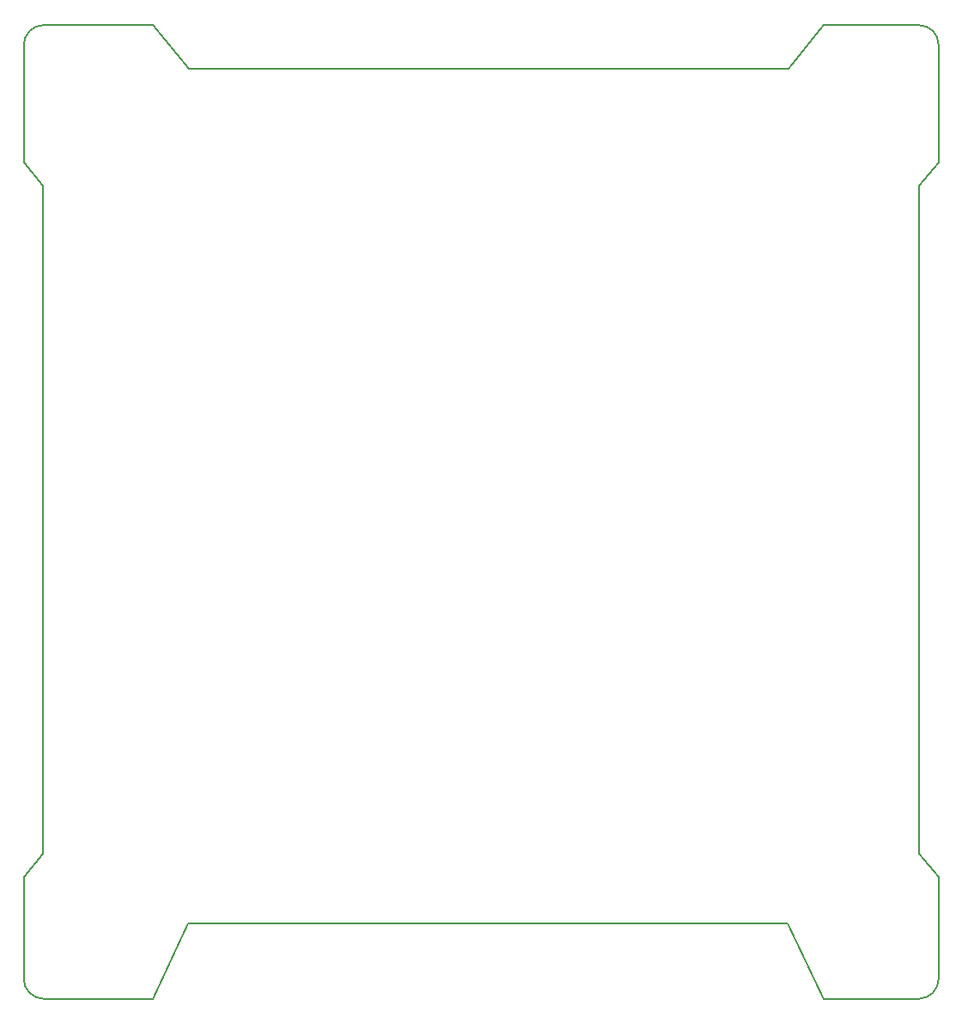
<source format=gm1>
%TF.GenerationSoftware,KiCad,Pcbnew,8.0.8*%
%TF.CreationDate,2025-03-18T17:19:46-07:00*%
%TF.ProjectId,MPPT_addon_board,4d505054-5f61-4646-946f-6e5f626f6172,1.4*%
%TF.SameCoordinates,Original*%
%TF.FileFunction,Profile,NP*%
%FSLAX46Y46*%
G04 Gerber Fmt 4.6, Leading zero omitted, Abs format (unit mm)*
G04 Created by KiCad (PCBNEW 8.0.8) date 2025-03-18 17:19:46*
%MOMM*%
%LPD*%
G01*
G04 APERTURE LIST*
%TA.AperFunction,Profile*%
%ADD10C,0.150000*%
%TD*%
G04 APERTURE END LIST*
D10*
X188500000Y-54500000D02*
X188500000Y-66000000D01*
X186600000Y-68300000D02*
X186600000Y-134100000D01*
X186500000Y-52500000D02*
G75*
G02*
X188500000Y-54500000I0J-2000000D01*
G01*
X188500000Y-136400000D02*
X188500000Y-146400000D01*
X186500000Y-52500000D02*
X177200000Y-52500000D01*
X111000000Y-52500000D02*
X100300000Y-52500000D01*
X173600000Y-141000000D02*
X177200000Y-148400000D01*
X98300000Y-136400000D02*
X98300000Y-146400000D01*
X98300000Y-54500000D02*
X98300000Y-66000000D01*
X186600000Y-68300000D02*
X188500000Y-66000000D01*
X114500000Y-141000000D02*
X111000000Y-148400000D01*
X114600000Y-56800000D02*
X173700000Y-56800000D01*
X186600000Y-134100000D02*
X188500000Y-136400000D01*
X100200000Y-68300000D02*
X98300000Y-66000000D01*
X177200000Y-52500000D02*
X173700000Y-56800000D01*
X114600000Y-56800000D02*
X111000000Y-52500000D01*
X98300000Y-54500000D02*
G75*
G02*
X100300000Y-52500000I2000000J0D01*
G01*
X100200000Y-134100000D02*
X100200000Y-68300000D01*
X100300000Y-148400000D02*
G75*
G02*
X98300000Y-146400000I0J2000000D01*
G01*
X173600000Y-141000000D02*
X114500000Y-141000000D01*
X111000000Y-148400000D02*
X100300000Y-148400000D01*
X186500000Y-148400000D02*
X177200000Y-148400000D01*
X100200000Y-134100000D02*
X98300000Y-136400000D01*
X188500000Y-146400000D02*
G75*
G02*
X186500000Y-148400000I-2000000J0D01*
G01*
M02*

</source>
